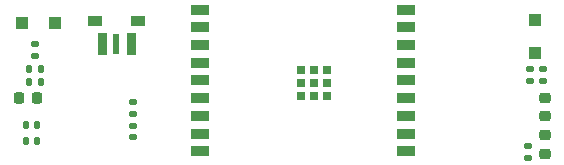
<source format=gtp>
%TF.GenerationSoftware,KiCad,Pcbnew,7.0.8*%
%TF.CreationDate,2023-12-27T11:14:03+01:00*%
%TF.ProjectId,Frost-ESP32,46726f73-742d-4455-9350-33322e6b6963,rev?*%
%TF.SameCoordinates,Original*%
%TF.FileFunction,Paste,Top*%
%TF.FilePolarity,Positive*%
%FSLAX46Y46*%
G04 Gerber Fmt 4.6, Leading zero omitted, Abs format (unit mm)*
G04 Created by KiCad (PCBNEW 7.0.8) date 2023-12-27 11:14:03*
%MOMM*%
%LPD*%
G01*
G04 APERTURE LIST*
G04 Aperture macros list*
%AMRoundRect*
0 Rectangle with rounded corners*
0 $1 Rounding radius*
0 $2 $3 $4 $5 $6 $7 $8 $9 X,Y pos of 4 corners*
0 Add a 4 corners polygon primitive as box body*
4,1,4,$2,$3,$4,$5,$6,$7,$8,$9,$2,$3,0*
0 Add four circle primitives for the rounded corners*
1,1,$1+$1,$2,$3*
1,1,$1+$1,$4,$5*
1,1,$1+$1,$6,$7*
1,1,$1+$1,$8,$9*
0 Add four rect primitives between the rounded corners*
20,1,$1+$1,$2,$3,$4,$5,0*
20,1,$1+$1,$4,$5,$6,$7,0*
20,1,$1+$1,$6,$7,$8,$9,0*
20,1,$1+$1,$8,$9,$2,$3,0*%
G04 Aperture macros list end*
%ADD10C,0.010000*%
%ADD11RoundRect,0.135000X0.185000X-0.135000X0.185000X0.135000X-0.185000X0.135000X-0.185000X-0.135000X0*%
%ADD12RoundRect,0.135000X0.135000X0.185000X-0.135000X0.185000X-0.135000X-0.185000X0.135000X-0.185000X0*%
%ADD13RoundRect,0.250000X-0.300000X0.300000X-0.300000X-0.300000X0.300000X-0.300000X0.300000X0.300000X0*%
%ADD14RoundRect,0.140000X0.140000X0.170000X-0.140000X0.170000X-0.140000X-0.170000X0.140000X-0.170000X0*%
%ADD15RoundRect,0.218750X-0.256250X0.218750X-0.256250X-0.218750X0.256250X-0.218750X0.256250X0.218750X0*%
%ADD16RoundRect,0.135000X-0.185000X0.135000X-0.185000X-0.135000X0.185000X-0.135000X0.185000X0.135000X0*%
%ADD17RoundRect,0.218750X0.218750X0.256250X-0.218750X0.256250X-0.218750X-0.256250X0.218750X-0.256250X0*%
%ADD18RoundRect,0.140000X-0.170000X0.140000X-0.170000X-0.140000X0.170000X-0.140000X0.170000X0.140000X0*%
%ADD19R,0.600000X1.800000*%
%ADD20R,1.300000X0.900000*%
%ADD21R,1.500000X0.900000*%
%ADD22R,0.700000X0.700000*%
%ADD23RoundRect,0.250000X0.300000X0.300000X-0.300000X0.300000X-0.300000X-0.300000X0.300000X-0.300000X0*%
G04 APERTURE END LIST*
%TO.C,S1*%
D10*
X108224840Y-99758963D02*
X108225190Y-99776894D01*
X108226420Y-99794781D01*
X108228520Y-99812588D01*
X108229910Y-99821447D01*
X108229900Y-99821456D01*
X108230720Y-99830472D01*
X108233030Y-99848422D01*
X108236220Y-99866237D01*
X108240300Y-99883872D01*
X108242660Y-99892609D01*
X108245070Y-99903463D01*
X108250700Y-99924975D01*
X108257390Y-99946184D01*
X108265120Y-99967041D01*
X108269370Y-99977316D01*
X108272470Y-99985541D01*
X108279320Y-100001725D01*
X108286990Y-100017537D01*
X108295470Y-100032934D01*
X108300010Y-100040463D01*
X108300000Y-100050000D01*
X108300000Y-101550000D01*
X107550000Y-101550000D01*
X107550000Y-99750000D01*
X108225000Y-99750000D01*
X108224840Y-99758963D01*
G36*
X108224840Y-99758963D02*
G01*
X108225190Y-99776894D01*
X108226420Y-99794781D01*
X108228520Y-99812588D01*
X108229910Y-99821447D01*
X108229900Y-99821456D01*
X108230720Y-99830472D01*
X108233030Y-99848422D01*
X108236220Y-99866237D01*
X108240300Y-99883872D01*
X108242660Y-99892609D01*
X108245070Y-99903463D01*
X108250700Y-99924975D01*
X108257390Y-99946184D01*
X108265120Y-99967041D01*
X108269370Y-99977316D01*
X108272470Y-99985541D01*
X108279320Y-100001725D01*
X108286990Y-100017537D01*
X108295470Y-100032934D01*
X108300010Y-100040463D01*
X108300000Y-100050000D01*
X108300000Y-101550000D01*
X107550000Y-101550000D01*
X107550000Y-99750000D01*
X108225000Y-99750000D01*
X108224840Y-99758963D01*
G37*
X105850000Y-101550000D02*
X105100000Y-101550000D01*
X105100000Y-100050000D01*
X105099990Y-100040463D01*
X105104530Y-100032934D01*
X105113010Y-100017537D01*
X105120680Y-100001725D01*
X105127530Y-99985541D01*
X105130630Y-99977316D01*
X105134880Y-99967041D01*
X105142610Y-99946184D01*
X105149300Y-99924975D01*
X105154930Y-99903463D01*
X105157340Y-99892609D01*
X105159700Y-99883872D01*
X105163780Y-99866237D01*
X105166970Y-99848422D01*
X105169280Y-99830472D01*
X105170100Y-99821456D01*
X105170090Y-99821447D01*
X105171480Y-99812588D01*
X105173580Y-99794781D01*
X105174810Y-99776894D01*
X105175160Y-99758963D01*
X105175000Y-99750000D01*
X105850000Y-99750000D01*
X105850000Y-101550000D01*
G36*
X105850000Y-101550000D02*
G01*
X105100000Y-101550000D01*
X105100000Y-100050000D01*
X105099990Y-100040463D01*
X105104530Y-100032934D01*
X105113010Y-100017537D01*
X105120680Y-100001725D01*
X105127530Y-99985541D01*
X105130630Y-99977316D01*
X105134880Y-99967041D01*
X105142610Y-99946184D01*
X105149300Y-99924975D01*
X105154930Y-99903463D01*
X105157340Y-99892609D01*
X105159700Y-99883872D01*
X105163780Y-99866237D01*
X105166970Y-99848422D01*
X105169280Y-99830472D01*
X105170100Y-99821456D01*
X105170090Y-99821447D01*
X105171480Y-99812588D01*
X105173580Y-99794781D01*
X105174810Y-99776894D01*
X105175160Y-99758963D01*
X105175000Y-99750000D01*
X105850000Y-99750000D01*
X105850000Y-101550000D01*
G37*
%TD*%
D11*
%TO.C,R3*%
X142800000Y-103810000D03*
X142800000Y-102790000D03*
%TD*%
D12*
%TO.C,R6*%
X100310000Y-102800000D03*
X99290000Y-102800000D03*
%TD*%
D13*
%TO.C,D5*%
X142100000Y-98600000D03*
X142100000Y-101400000D03*
%TD*%
D12*
%TO.C,R7*%
X100310000Y-103900000D03*
X99290000Y-103900000D03*
%TD*%
D14*
%TO.C,C2*%
X99980000Y-107500000D03*
X99020000Y-107500000D03*
%TD*%
D15*
%TO.C,D3*%
X143000000Y-108412500D03*
X143000000Y-109987500D03*
%TD*%
D11*
%TO.C,R5*%
X141500000Y-110310000D03*
X141500000Y-109290000D03*
%TD*%
D16*
%TO.C,R4*%
X99800000Y-100690000D03*
X99800000Y-101710000D03*
%TD*%
D11*
%TO.C,R1*%
X141700000Y-103810000D03*
X141700000Y-102790000D03*
%TD*%
D17*
%TO.C,D1*%
X99987500Y-105200000D03*
X98412500Y-105200000D03*
%TD*%
D18*
%TO.C,C3*%
X108100000Y-107620000D03*
X108100000Y-108580000D03*
%TD*%
D19*
%TO.C,S1*%
X106700000Y-100650000D03*
D20*
X108550000Y-98700000D03*
X104850000Y-98700000D03*
%TD*%
D21*
%TO.C,U1*%
X113750000Y-97750000D03*
X113750000Y-99250000D03*
X113750000Y-100750000D03*
X113750000Y-102250000D03*
X113750000Y-103750000D03*
X113750000Y-105250000D03*
X113750000Y-106750000D03*
X113750000Y-108250000D03*
X113750000Y-109750000D03*
X131250000Y-109750000D03*
X131250000Y-108250000D03*
X131250000Y-106750000D03*
X131250000Y-105250000D03*
X131250000Y-103750000D03*
X131250000Y-102250000D03*
X131250000Y-100750000D03*
X131250000Y-99250000D03*
X131250000Y-97750000D03*
D22*
X122360000Y-102850000D03*
X122360000Y-103950000D03*
X122360000Y-105050000D03*
X123410000Y-102850000D03*
X123410000Y-103950000D03*
X123410000Y-105050000D03*
X124560000Y-102850000D03*
X124560000Y-103950000D03*
X124560000Y-105050000D03*
%TD*%
D14*
%TO.C,C1*%
X99980000Y-108900000D03*
X99020000Y-108900000D03*
%TD*%
D23*
%TO.C,D2*%
X101500000Y-98900000D03*
X98700000Y-98900000D03*
%TD*%
D15*
%TO.C,D4*%
X143000000Y-105212500D03*
X143000000Y-106787500D03*
%TD*%
D11*
%TO.C,R2*%
X108100000Y-106610000D03*
X108100000Y-105590000D03*
%TD*%
M02*

</source>
